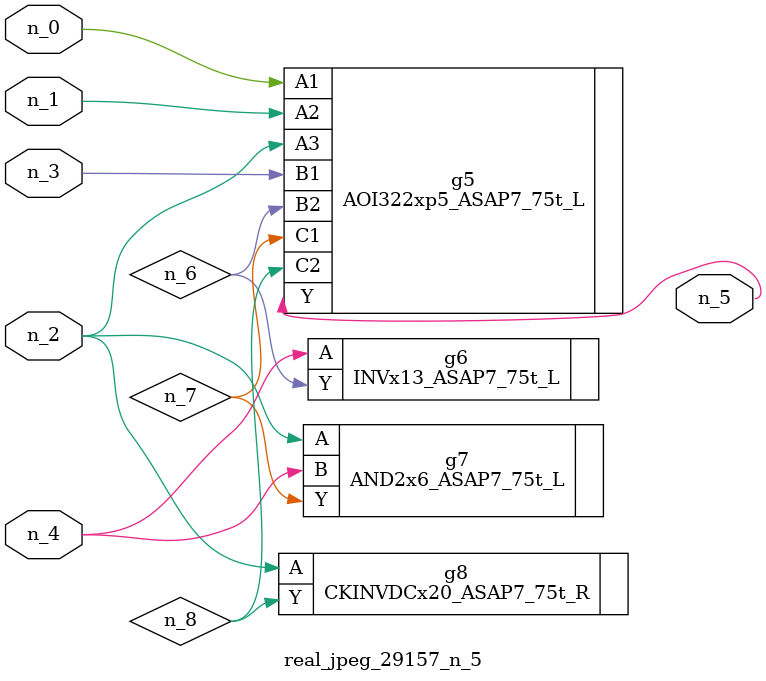
<source format=v>
module real_jpeg_29157_n_5 (n_4, n_0, n_1, n_2, n_3, n_5);

input n_4;
input n_0;
input n_1;
input n_2;
input n_3;

output n_5;

wire n_8;
wire n_6;
wire n_7;

AOI322xp5_ASAP7_75t_L g5 ( 
.A1(n_0),
.A2(n_1),
.A3(n_2),
.B1(n_3),
.B2(n_6),
.C1(n_7),
.C2(n_8),
.Y(n_5)
);

AND2x6_ASAP7_75t_L g7 ( 
.A(n_2),
.B(n_4),
.Y(n_7)
);

CKINVDCx20_ASAP7_75t_R g8 ( 
.A(n_2),
.Y(n_8)
);

INVx13_ASAP7_75t_L g6 ( 
.A(n_4),
.Y(n_6)
);


endmodule
</source>
